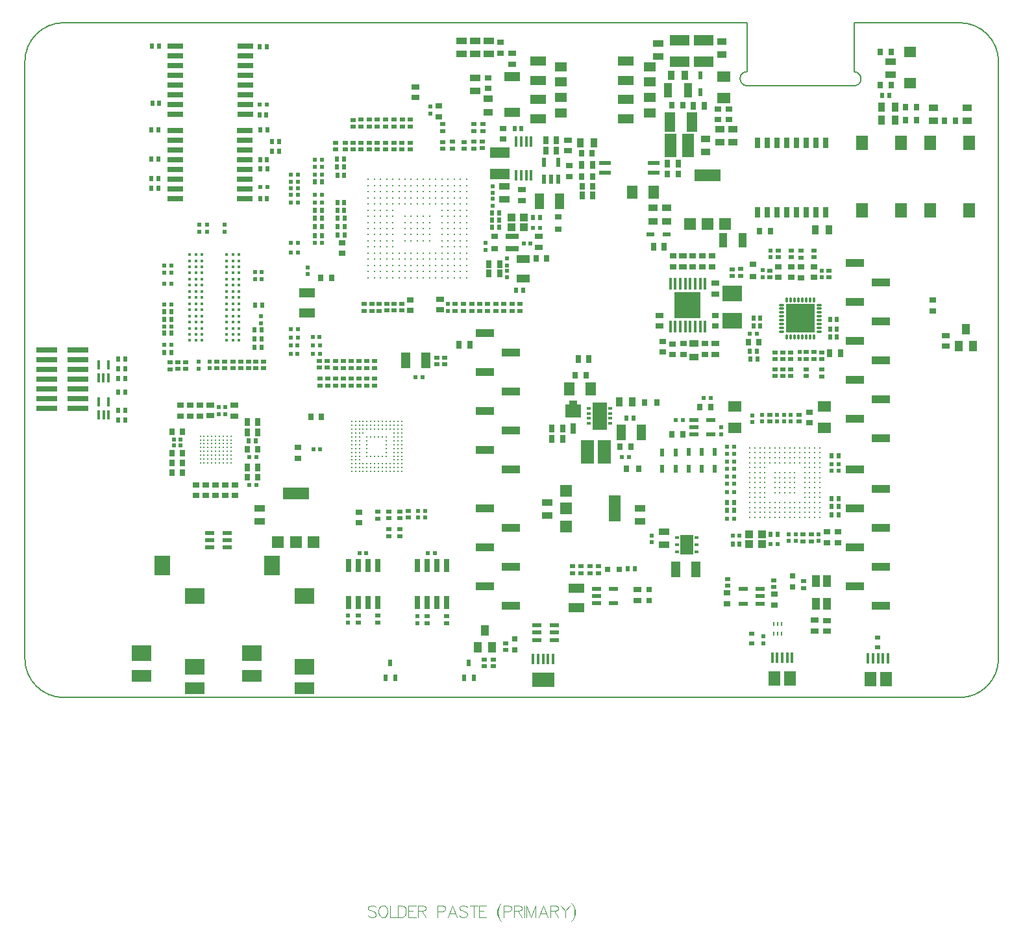
<source format=gtp>
G04 Layer_Color=8421504*
%FSLAX43Y43*%
%MOMM*%
G71*
G01*
G75*
%ADD10C,0.102*%
%ADD11R,1.000X0.640*%
%ADD12C,0.127*%
%ADD13R,1.630X1.220*%
%ADD14R,0.640X1.400*%
%ADD15R,2.030X1.270*%
%ADD16R,1.300X0.600*%
%ADD17R,1.500X1.650*%
%ADD18R,3.500X1.650*%
%ADD19R,1.000X1.900*%
%ADD20R,1.300X0.850*%
%ADD21R,1.000X0.640*%
%ADD22R,0.700X0.510*%
%ADD23R,1.000X1.000*%
%ADD24R,1.520X0.610*%
%ADD25R,1.000X1.400*%
%ADD26R,1.100X1.500*%
%ADD27R,0.800X0.800*%
%ADD28R,0.800X0.800*%
%ADD29R,1.700X3.100*%
%ADD30R,0.950X0.800*%
%ADD31R,1.520X3.050*%
%ADD32R,1.800X0.800*%
%ADD33C,0.250*%
%ADD34R,0.450X1.450*%
%ADD35C,0.400*%
%ADD36C,0.300*%
%ADD37R,2.100X0.800*%
%ADD38R,0.700X1.750*%
%ADD39R,1.900X3.600*%
%ADD40R,0.600X0.400*%
%ADD41O,0.750X0.300*%
%ADD42O,0.300X0.750*%
%ADD43R,3.700X3.700*%
%ADD44C,0.230*%
%ADD45R,3.500X3.500*%
%ADD46R,0.400X1.650*%
%ADD47R,0.500X0.450*%
%ADD48R,1.700X2.500*%
%ADD49R,0.400X1.200*%
%ADD50R,1.200X0.600*%
%ADD51R,0.250X0.600*%
%ADD52R,0.800X0.550*%
%ADD53R,0.500X0.950*%
%ADD54R,1.060X0.540*%
%ADD55R,0.540X1.060*%
%ADD56R,2.070X1.200*%
%ADD57R,2.500X2.150*%
%ADD58R,1.640X1.400*%
%ADD59R,0.750X1.380*%
%ADD60R,1.100X2.320*%
%ADD61R,1.800X1.000*%
%ADD62R,1.300X2.100*%
%ADD63R,0.400X1.350*%
%ADD64R,1.500X1.900*%
%ADD65R,0.400X1.350*%
%ADD66R,2.900X1.900*%
%ADD67R,2.790X0.740*%
%ADD68R,2.413X1.016*%
%ADD69R,2.500X1.500*%
%ADD70R,2.000X2.500*%
%ADD71R,2.500X2.000*%
%ADD72R,2.600X1.400*%
%ADD73R,1.400X1.780*%
%ADD74R,1.780X1.400*%
%ADD75R,1.400X0.900*%
%ADD76R,0.640X0.890*%
%ADD77R,0.560X0.510*%
%ADD78R,1.500X1.900*%
%ADD79R,0.510X0.700*%
%ADD80R,0.890X0.640*%
%ADD81R,0.510X0.560*%
%ADD82R,1.400X2.600*%
%ADD83R,2.100X1.300*%
%ADD84R,0.800X0.950*%
%ADD85R,0.640X1.000*%
%ADD86R,0.850X1.300*%
%ADD87R,0.600X1.300*%
%ADD88R,1.650X1.500*%
%ADD89R,1.650X3.500*%
%ADD90R,2.030X1.820*%
D10*
X45804Y-27345D02*
X45658Y-27200D01*
X45441Y-27128D01*
X45151D01*
X44933Y-27200D01*
X44788Y-27345D01*
Y-27490D01*
X44860Y-27635D01*
X44933Y-27708D01*
X45078Y-27781D01*
X45513Y-27926D01*
X45658Y-27998D01*
X45731Y-28071D01*
X45804Y-28216D01*
Y-28434D01*
X45658Y-28579D01*
X45441Y-28651D01*
X45151D01*
X44933Y-28579D01*
X44788Y-28434D01*
X46580Y-27128D02*
X46435Y-27200D01*
X46290Y-27345D01*
X46217Y-27490D01*
X46145Y-27708D01*
Y-28071D01*
X46217Y-28288D01*
X46290Y-28434D01*
X46435Y-28579D01*
X46580Y-28651D01*
X46870D01*
X47015Y-28579D01*
X47160Y-28434D01*
X47233Y-28288D01*
X47305Y-28071D01*
Y-27708D01*
X47233Y-27490D01*
X47160Y-27345D01*
X47015Y-27200D01*
X46870Y-27128D01*
X46580D01*
X47661D02*
Y-28651D01*
X48532D01*
X48699Y-27128D02*
Y-28651D01*
Y-27128D02*
X49206D01*
X49424Y-27200D01*
X49569Y-27345D01*
X49642Y-27490D01*
X49714Y-27708D01*
Y-28071D01*
X49642Y-28288D01*
X49569Y-28434D01*
X49424Y-28579D01*
X49206Y-28651D01*
X48699D01*
X50999Y-27128D02*
X50055D01*
Y-28651D01*
X50999D01*
X50055Y-27853D02*
X50636D01*
X51253Y-27128D02*
Y-28651D01*
Y-27128D02*
X51906D01*
X52123Y-27200D01*
X52196Y-27273D01*
X52268Y-27418D01*
Y-27563D01*
X52196Y-27708D01*
X52123Y-27781D01*
X51906Y-27853D01*
X51253D01*
X51760D02*
X52268Y-28651D01*
X53806Y-27926D02*
X54459D01*
X54677Y-27853D01*
X54750Y-27781D01*
X54822Y-27635D01*
Y-27418D01*
X54750Y-27273D01*
X54677Y-27200D01*
X54459Y-27128D01*
X53806D01*
Y-28651D01*
X56324D02*
X55744Y-27128D01*
X55163Y-28651D01*
X55381Y-28143D02*
X56107D01*
X57695Y-27345D02*
X57550Y-27200D01*
X57333Y-27128D01*
X57042D01*
X56825Y-27200D01*
X56680Y-27345D01*
Y-27490D01*
X56752Y-27635D01*
X56825Y-27708D01*
X56970Y-27781D01*
X57405Y-27926D01*
X57550Y-27998D01*
X57623Y-28071D01*
X57695Y-28216D01*
Y-28434D01*
X57550Y-28579D01*
X57333Y-28651D01*
X57042D01*
X56825Y-28579D01*
X56680Y-28434D01*
X58544Y-27128D02*
Y-28651D01*
X58036Y-27128D02*
X59052D01*
X60177D02*
X59234D01*
Y-28651D01*
X60177D01*
X59234Y-27853D02*
X59814D01*
X62136Y-26837D02*
X61991Y-26982D01*
X61846Y-27200D01*
X61701Y-27490D01*
X61628Y-27853D01*
Y-28143D01*
X61701Y-28506D01*
X61846Y-28796D01*
X61991Y-29014D01*
X62136Y-29159D01*
X61991Y-26982D02*
X61846Y-27273D01*
X61773Y-27490D01*
X61701Y-27853D01*
Y-28143D01*
X61773Y-28506D01*
X61846Y-28724D01*
X61991Y-29014D01*
X62426Y-27926D02*
X63079D01*
X63297Y-27853D01*
X63369Y-27781D01*
X63442Y-27635D01*
Y-27418D01*
X63369Y-27273D01*
X63297Y-27200D01*
X63079Y-27128D01*
X62426D01*
Y-28651D01*
X63783Y-27128D02*
Y-28651D01*
Y-27128D02*
X64436D01*
X64654Y-27200D01*
X64726Y-27273D01*
X64799Y-27418D01*
Y-27563D01*
X64726Y-27708D01*
X64654Y-27781D01*
X64436Y-27853D01*
X63783D01*
X64291D02*
X64799Y-28651D01*
X65140Y-27128D02*
Y-28651D01*
X65459Y-27128D02*
Y-28651D01*
Y-27128D02*
X66039Y-28651D01*
X66620Y-27128D02*
X66039Y-28651D01*
X66620Y-27128D02*
Y-28651D01*
X68216D02*
X67636Y-27128D01*
X67055Y-28651D01*
X67273Y-28143D02*
X67998D01*
X68572Y-27128D02*
Y-28651D01*
Y-27128D02*
X69225D01*
X69442Y-27200D01*
X69515Y-27273D01*
X69587Y-27418D01*
Y-27563D01*
X69515Y-27708D01*
X69442Y-27781D01*
X69225Y-27853D01*
X68572D01*
X69079D02*
X69587Y-28651D01*
X69928Y-27128D02*
X70509Y-27853D01*
Y-28651D01*
X71089Y-27128D02*
X70509Y-27853D01*
X71285Y-26837D02*
X71430Y-26982D01*
X71575Y-27200D01*
X71721Y-27490D01*
X71793Y-27853D01*
Y-28143D01*
X71721Y-28506D01*
X71575Y-28796D01*
X71430Y-29014D01*
X71285Y-29159D01*
X71430Y-26982D02*
X71575Y-27273D01*
X71648Y-27490D01*
X71721Y-27853D01*
Y-28143D01*
X71648Y-28506D01*
X71575Y-28724D01*
X71430Y-29014D01*
X45804Y-27345D02*
X45658Y-27200D01*
X45441Y-27128D01*
X45151D01*
X44933Y-27200D01*
X44788Y-27345D01*
Y-27490D01*
X44860Y-27635D01*
X44933Y-27708D01*
X45078Y-27781D01*
X45513Y-27926D01*
X45658Y-27998D01*
X45731Y-28071D01*
X45804Y-28216D01*
Y-28434D01*
X45658Y-28579D01*
X45441Y-28651D01*
X45151D01*
X44933Y-28579D01*
X44788Y-28434D01*
X46580Y-27128D02*
X46435Y-27200D01*
X46290Y-27345D01*
X46217Y-27490D01*
X46145Y-27708D01*
Y-28071D01*
X46217Y-28288D01*
X46290Y-28434D01*
X46435Y-28579D01*
X46580Y-28651D01*
X46870D01*
X47015Y-28579D01*
X47160Y-28434D01*
X47233Y-28288D01*
X47305Y-28071D01*
Y-27708D01*
X47233Y-27490D01*
X47160Y-27345D01*
X47015Y-27200D01*
X46870Y-27128D01*
X46580D01*
X47661D02*
Y-28651D01*
X48532D01*
X48699Y-27128D02*
Y-28651D01*
Y-27128D02*
X49206D01*
X49424Y-27200D01*
X49569Y-27345D01*
X49642Y-27490D01*
X49714Y-27708D01*
Y-28071D01*
X49642Y-28288D01*
X49569Y-28434D01*
X49424Y-28579D01*
X49206Y-28651D01*
X48699D01*
X50999Y-27128D02*
X50055D01*
Y-28651D01*
X50999D01*
X50055Y-27853D02*
X50636D01*
X51253Y-27128D02*
Y-28651D01*
Y-27128D02*
X51906D01*
X52123Y-27200D01*
X52196Y-27273D01*
X52268Y-27418D01*
Y-27563D01*
X52196Y-27708D01*
X52123Y-27781D01*
X51906Y-27853D01*
X51253D01*
X51760D02*
X52268Y-28651D01*
X53806Y-27926D02*
X54459D01*
X54677Y-27853D01*
X54750Y-27781D01*
X54822Y-27635D01*
Y-27418D01*
X54750Y-27273D01*
X54677Y-27200D01*
X54459Y-27128D01*
X53806D01*
Y-28651D01*
X56324D02*
X55744Y-27128D01*
X55163Y-28651D01*
X55381Y-28143D02*
X56107D01*
X57695Y-27345D02*
X57550Y-27200D01*
X57333Y-27128D01*
X57042D01*
X56825Y-27200D01*
X56680Y-27345D01*
Y-27490D01*
X56752Y-27635D01*
X56825Y-27708D01*
X56970Y-27781D01*
X57405Y-27926D01*
X57550Y-27998D01*
X57623Y-28071D01*
X57695Y-28216D01*
Y-28434D01*
X57550Y-28579D01*
X57333Y-28651D01*
X57042D01*
X56825Y-28579D01*
X56680Y-28434D01*
X58544Y-27128D02*
Y-28651D01*
X58036Y-27128D02*
X59052D01*
X60177D02*
X59234D01*
Y-28651D01*
X60177D01*
X59234Y-27853D02*
X59814D01*
X62136Y-26837D02*
X61991Y-26982D01*
X61846Y-27200D01*
X61701Y-27490D01*
X61628Y-27853D01*
Y-28143D01*
X61701Y-28506D01*
X61846Y-28796D01*
X61991Y-29014D01*
X62136Y-29159D01*
X61991Y-26982D02*
X61846Y-27273D01*
X61773Y-27490D01*
X61701Y-27853D01*
Y-28143D01*
X61773Y-28506D01*
X61846Y-28724D01*
X61991Y-29014D01*
X62426Y-27926D02*
X63079D01*
X63297Y-27853D01*
X63369Y-27781D01*
X63442Y-27635D01*
Y-27418D01*
X63369Y-27273D01*
X63297Y-27200D01*
X63079Y-27128D01*
X62426D01*
Y-28651D01*
X63783Y-27128D02*
Y-28651D01*
Y-27128D02*
X64436D01*
X64654Y-27200D01*
X64726Y-27273D01*
X64799Y-27418D01*
Y-27563D01*
X64726Y-27708D01*
X64654Y-27781D01*
X64436Y-27853D01*
X63783D01*
X64291D02*
X64799Y-28651D01*
X65140Y-27128D02*
Y-28651D01*
X65459Y-27128D02*
Y-28651D01*
Y-27128D02*
X66039Y-28651D01*
X66620Y-27128D02*
X66039Y-28651D01*
X66620Y-27128D02*
Y-28651D01*
X68216D02*
X67636Y-27128D01*
X67055Y-28651D01*
X67273Y-28143D02*
X67998D01*
X68572Y-27128D02*
Y-28651D01*
Y-27128D02*
X69225D01*
X69442Y-27200D01*
X69515Y-27273D01*
X69587Y-27418D01*
Y-27563D01*
X69515Y-27708D01*
X69442Y-27781D01*
X69225Y-27853D01*
X68572D01*
X69079D02*
X69587Y-28651D01*
X69928Y-27128D02*
X70509Y-27853D01*
Y-28651D01*
X71089Y-27128D02*
X70509Y-27853D01*
X71285Y-26837D02*
X71430Y-26982D01*
X71575Y-27200D01*
X71721Y-27490D01*
X71793Y-27853D01*
Y-28143D01*
X71721Y-28506D01*
X71575Y-28796D01*
X71430Y-29014D01*
X71285Y-29159D01*
X71430Y-26982D02*
X71575Y-27273D01*
X71648Y-27490D01*
X71721Y-27853D01*
Y-28143D01*
X71648Y-28506D01*
X71575Y-28724D01*
X71430Y-29014D01*
D11*
X67058Y58725D02*
D03*
X67058Y60125D02*
D03*
X54136Y51958D02*
D03*
X54136Y50558D02*
D03*
X50952Y78243D02*
D03*
X50952Y79643D02*
D03*
D12*
X0Y5080D02*
G03*
X5080Y-0I5080J0D01*
G01*
X121920D02*
G03*
X127000Y5080I0J5080D01*
G01*
X127000Y82920D02*
G03*
X121920Y88000I-5080J0D01*
G01*
X5080Y88000D02*
G03*
X0Y82920I-0J-5080D01*
G01*
X109060Y80620D02*
G03*
X108192Y81610I-929J61D01*
G01*
X108161Y79781D02*
G03*
X109060Y80620I30J869D01*
G01*
X94186Y81611D02*
G03*
X93287Y80772I-30J-869D01*
G01*
Y80772D02*
G03*
X94155Y79781I929J-61D01*
G01*
X15900Y-0D02*
X121920D01*
X5080D02*
X15900D01*
X127000Y5080D02*
Y82920D01*
X108192Y88000D02*
X121920D01*
X94155Y79781D02*
X108160D01*
X94186Y81611D02*
Y88000D01*
X108192Y81610D02*
Y88005D01*
X5080Y88000D02*
X94186D01*
X0Y5080D02*
Y82920D01*
D13*
X69907Y82255D02*
D03*
Y80255D02*
D03*
Y78255D02*
D03*
Y76255D02*
D03*
X81487Y82255D02*
D03*
Y80255D02*
D03*
Y78255D02*
D03*
Y76255D02*
D03*
D14*
X95605Y63280D02*
D03*
X96875D02*
D03*
X98145D02*
D03*
X99415D02*
D03*
X100685D02*
D03*
X101955D02*
D03*
X103225D02*
D03*
X104495D02*
D03*
X95605Y72300D02*
D03*
X96875D02*
D03*
X98145D02*
D03*
X99415D02*
D03*
X100685D02*
D03*
X101955D02*
D03*
X103225D02*
D03*
X104495D02*
D03*
D15*
X78364Y83005D02*
D03*
Y80505D02*
D03*
Y78005D02*
D03*
Y75505D02*
D03*
X66934Y83005D02*
D03*
Y80505D02*
D03*
Y78005D02*
D03*
Y75505D02*
D03*
D16*
X87241Y36205D02*
D03*
Y35255D02*
D03*
Y34305D02*
D03*
X89441D02*
D03*
Y36205D02*
D03*
X95933Y12260D02*
D03*
Y13210D02*
D03*
Y14160D02*
D03*
X93733D02*
D03*
Y12260D02*
D03*
X74541Y14183D02*
D03*
Y13233D02*
D03*
Y12283D02*
D03*
X76741D02*
D03*
Y14183D02*
D03*
D17*
X33031Y20269D02*
D03*
X35331D02*
D03*
X37631D02*
D03*
X86752Y61778D02*
D03*
X89052D02*
D03*
X91352D02*
D03*
D18*
X35331Y26619D02*
D03*
X89052Y68128D02*
D03*
D19*
X83906Y79197D02*
D03*
X86506D02*
D03*
X91054Y59665D02*
D03*
X93654D02*
D03*
D20*
X90929Y83831D02*
D03*
Y85581D02*
D03*
X90627Y74154D02*
D03*
Y72404D02*
D03*
X122933Y75195D02*
D03*
Y76945D02*
D03*
X92379Y74154D02*
D03*
Y72404D02*
D03*
X118488Y75195D02*
D03*
Y76945D02*
D03*
X60449Y76310D02*
D03*
Y78060D02*
D03*
X88773Y71134D02*
D03*
Y72884D02*
D03*
X87294Y44420D02*
D03*
Y46170D02*
D03*
X83693Y63867D02*
D03*
Y62117D02*
D03*
X81965Y62114D02*
D03*
Y63864D02*
D03*
D21*
X64846Y64816D02*
D03*
Y66216D02*
D03*
X120139Y45797D02*
D03*
Y47197D02*
D03*
X27305Y36706D02*
D03*
Y38106D02*
D03*
X24188Y36739D02*
D03*
Y38139D02*
D03*
X63601Y82612D02*
D03*
Y84012D02*
D03*
X82801Y48446D02*
D03*
Y49846D02*
D03*
X70840Y71314D02*
D03*
Y72714D02*
D03*
X90040Y54037D02*
D03*
Y52637D02*
D03*
X90032Y44760D02*
D03*
Y46160D02*
D03*
X85806Y56196D02*
D03*
Y57596D02*
D03*
X104640Y10047D02*
D03*
Y8647D02*
D03*
X102989Y10073D02*
D03*
Y8673D02*
D03*
X79908Y14055D02*
D03*
Y12655D02*
D03*
D22*
X30142Y43828D02*
D03*
Y42928D02*
D03*
X57299Y71556D02*
D03*
Y72456D02*
D03*
X101236Y57390D02*
D03*
Y58290D02*
D03*
X43558Y41595D02*
D03*
Y40695D02*
D03*
X54483Y73870D02*
D03*
Y74770D02*
D03*
X38450Y43027D02*
D03*
Y43927D02*
D03*
X39466Y43027D02*
D03*
Y43927D02*
D03*
X42542Y42981D02*
D03*
Y43881D02*
D03*
X40510Y42981D02*
D03*
Y43881D02*
D03*
X44574Y42981D02*
D03*
Y43881D02*
D03*
X45590Y42981D02*
D03*
Y43881D02*
D03*
X43558Y42981D02*
D03*
Y43881D02*
D03*
X41526Y42981D02*
D03*
Y43881D02*
D03*
X38478Y41595D02*
D03*
Y40695D02*
D03*
X39494Y41595D02*
D03*
Y40695D02*
D03*
X42542Y41595D02*
D03*
Y40695D02*
D03*
X40510Y41595D02*
D03*
Y40695D02*
D03*
X44574Y41595D02*
D03*
Y40695D02*
D03*
X45590Y41595D02*
D03*
Y40695D02*
D03*
X41526Y41595D02*
D03*
Y40695D02*
D03*
X47470Y24260D02*
D03*
Y23360D02*
D03*
X48887Y21958D02*
D03*
Y21058D02*
D03*
X47470Y21033D02*
D03*
Y21933D02*
D03*
X50030Y23464D02*
D03*
Y24364D02*
D03*
X48887Y23387D02*
D03*
Y24287D02*
D03*
X45994Y24242D02*
D03*
Y23342D02*
D03*
X102920Y57393D02*
D03*
Y58293D02*
D03*
X98247Y57393D02*
D03*
Y58293D02*
D03*
X100007Y57393D02*
D03*
Y58293D02*
D03*
X97858Y44116D02*
D03*
Y45016D02*
D03*
X98874Y44116D02*
D03*
Y45016D02*
D03*
X99890Y44116D02*
D03*
Y45016D02*
D03*
X104902Y55695D02*
D03*
Y54795D02*
D03*
X101922Y44180D02*
D03*
Y45080D02*
D03*
X93396Y55898D02*
D03*
Y54998D02*
D03*
X92278Y55867D02*
D03*
Y54967D02*
D03*
X102938Y44180D02*
D03*
Y45080D02*
D03*
X103954Y44116D02*
D03*
Y45016D02*
D03*
X97193Y55695D02*
D03*
Y54795D02*
D03*
X55016Y10606D02*
D03*
Y9706D02*
D03*
X52468Y10606D02*
D03*
Y9706D02*
D03*
X46007Y10682D02*
D03*
Y9782D02*
D03*
X43467Y10687D02*
D03*
Y9787D02*
D03*
X27112Y43828D02*
D03*
Y42928D02*
D03*
X28145Y43828D02*
D03*
Y42928D02*
D03*
X20980Y43757D02*
D03*
Y42857D02*
D03*
X25024Y43818D02*
D03*
Y42918D02*
D03*
X19989Y43739D02*
D03*
Y42839D02*
D03*
X18948Y43706D02*
D03*
Y42806D02*
D03*
X26060Y43818D02*
D03*
Y42918D02*
D03*
X101523Y21252D02*
D03*
Y20352D02*
D03*
X102565Y21252D02*
D03*
Y20352D02*
D03*
X97137Y35973D02*
D03*
Y36873D02*
D03*
X101015Y36878D02*
D03*
Y35978D02*
D03*
X101586Y15156D02*
D03*
Y14256D02*
D03*
X97714Y14409D02*
D03*
Y15309D02*
D03*
X91629Y14564D02*
D03*
Y15464D02*
D03*
X74853Y16226D02*
D03*
Y17126D02*
D03*
X73710Y16226D02*
D03*
Y17126D02*
D03*
X72567D02*
D03*
Y16226D02*
D03*
X71449Y17126D02*
D03*
Y16226D02*
D03*
X62713Y6179D02*
D03*
Y7079D02*
D03*
X59893Y4968D02*
D03*
Y4068D02*
D03*
X61087Y4968D02*
D03*
Y4068D02*
D03*
X50248Y72365D02*
D03*
Y71465D02*
D03*
X49174Y72372D02*
D03*
Y71472D02*
D03*
X46241Y50425D02*
D03*
Y51325D02*
D03*
X40513Y71449D02*
D03*
Y72349D02*
D03*
X47201Y50453D02*
D03*
Y51353D02*
D03*
X45235Y50425D02*
D03*
Y51325D02*
D03*
X44237Y50396D02*
D03*
Y51297D02*
D03*
X56134Y50444D02*
D03*
Y51344D02*
D03*
X57210D02*
D03*
Y50444D02*
D03*
X58272Y51344D02*
D03*
Y50444D02*
D03*
X54513Y72433D02*
D03*
Y71533D02*
D03*
X55742Y71599D02*
D03*
Y72499D02*
D03*
X50248Y75344D02*
D03*
Y74444D02*
D03*
X42806Y72372D02*
D03*
Y71472D02*
D03*
X47048D02*
D03*
Y72372D02*
D03*
X41783Y72370D02*
D03*
Y71470D02*
D03*
X45981Y71472D02*
D03*
Y72372D02*
D03*
X43873Y74444D02*
D03*
Y75344D02*
D03*
X45974Y74454D02*
D03*
Y75354D02*
D03*
X42799Y74419D02*
D03*
Y75319D02*
D03*
X43873Y71472D02*
D03*
Y72372D02*
D03*
X44932Y71472D02*
D03*
Y72372D02*
D03*
X59319Y51344D02*
D03*
Y50444D02*
D03*
X61412Y51344D02*
D03*
Y50444D02*
D03*
X58544Y72481D02*
D03*
Y71581D02*
D03*
X62433Y51344D02*
D03*
Y50444D02*
D03*
X60330Y51344D02*
D03*
Y50444D02*
D03*
X63520Y51344D02*
D03*
Y50444D02*
D03*
X64538Y51344D02*
D03*
Y50444D02*
D03*
X59712Y73893D02*
D03*
Y74793D02*
D03*
X58554Y73870D02*
D03*
Y74770D02*
D03*
X59664Y71635D02*
D03*
Y72535D02*
D03*
X48143Y74464D02*
D03*
Y75364D02*
D03*
X49248Y74452D02*
D03*
Y75352D02*
D03*
X47015Y74464D02*
D03*
Y75364D02*
D03*
X48127Y71472D02*
D03*
Y72372D02*
D03*
X44963Y74454D02*
D03*
Y75354D02*
D03*
X54780Y44346D02*
D03*
Y43446D02*
D03*
X53756Y43423D02*
D03*
Y44323D02*
D03*
X48174Y50453D02*
D03*
Y51353D02*
D03*
X49148Y50453D02*
D03*
Y51353D02*
D03*
X101922Y42814D02*
D03*
Y41914D02*
D03*
X98874Y42814D02*
D03*
Y41914D02*
D03*
X99890Y42814D02*
D03*
Y41914D02*
D03*
X103954Y42779D02*
D03*
Y41879D02*
D03*
X97858Y42814D02*
D03*
Y41914D02*
D03*
X31137Y43828D02*
D03*
Y42928D02*
D03*
X29151Y43828D02*
D03*
Y42928D02*
D03*
D23*
X65087Y61351D02*
D03*
X63437D02*
D03*
Y62601D02*
D03*
X65087D02*
D03*
X94488Y21270D02*
D03*
X96138D02*
D03*
Y20020D02*
D03*
X94488D02*
D03*
D24*
X82016Y69697D02*
D03*
Y68427D02*
D03*
X75666D02*
D03*
Y69697D02*
D03*
D25*
X60020Y8745D02*
D03*
X60970Y6545D02*
D03*
X59070D02*
D03*
X122748Y48011D02*
D03*
X123698Y45811D02*
D03*
X121798D02*
D03*
D26*
X104648Y15217D02*
D03*
X103148Y12217D02*
D03*
X104648D02*
D03*
X103148Y15217D02*
D03*
D27*
X81396Y12612D02*
D03*
X100145Y15897D02*
D03*
X76034Y16688D02*
D03*
X77534D02*
D03*
D28*
X81396Y14112D02*
D03*
X100145Y14397D02*
D03*
X63906Y6183D02*
D03*
Y7683D02*
D03*
D29*
X73393Y32055D02*
D03*
X75593D02*
D03*
D30*
X69552Y62715D02*
D03*
Y61115D02*
D03*
X94996Y56492D02*
D03*
Y54892D02*
D03*
X61239Y58509D02*
D03*
Y60109D02*
D03*
D31*
X86540Y71958D02*
D03*
X84250D02*
D03*
D32*
X63578Y60106D02*
D03*
Y58506D02*
D03*
D33*
X26884Y30596D02*
D03*
Y31096D02*
D03*
Y31596D02*
D03*
Y32096D02*
D03*
Y32596D02*
D03*
Y33096D02*
D03*
Y33596D02*
D03*
Y34096D02*
D03*
X26384Y30596D02*
D03*
Y31096D02*
D03*
Y31596D02*
D03*
Y32096D02*
D03*
Y32596D02*
D03*
Y33096D02*
D03*
Y33596D02*
D03*
Y34096D02*
D03*
X25884Y30596D02*
D03*
Y31096D02*
D03*
Y31596D02*
D03*
Y32096D02*
D03*
Y32596D02*
D03*
Y33096D02*
D03*
Y33596D02*
D03*
Y34096D02*
D03*
X25384Y30596D02*
D03*
Y31096D02*
D03*
Y31596D02*
D03*
Y32096D02*
D03*
Y32596D02*
D03*
Y33096D02*
D03*
Y33596D02*
D03*
Y34096D02*
D03*
X24884Y30596D02*
D03*
Y31096D02*
D03*
Y31596D02*
D03*
Y32096D02*
D03*
Y32596D02*
D03*
Y33096D02*
D03*
Y33596D02*
D03*
Y34096D02*
D03*
X24384Y30596D02*
D03*
Y31096D02*
D03*
Y31596D02*
D03*
Y32096D02*
D03*
Y32596D02*
D03*
Y33096D02*
D03*
Y33596D02*
D03*
Y34096D02*
D03*
X23884Y30596D02*
D03*
Y31096D02*
D03*
Y31596D02*
D03*
Y32096D02*
D03*
Y32596D02*
D03*
Y33096D02*
D03*
Y33596D02*
D03*
Y34096D02*
D03*
X23384Y30596D02*
D03*
Y31096D02*
D03*
Y31596D02*
D03*
Y32096D02*
D03*
Y32596D02*
D03*
Y33096D02*
D03*
Y33596D02*
D03*
Y34096D02*
D03*
X22884Y30596D02*
D03*
Y31096D02*
D03*
Y31596D02*
D03*
Y32096D02*
D03*
Y32596D02*
D03*
Y33096D02*
D03*
Y33596D02*
D03*
Y34096D02*
D03*
X94566Y23477D02*
D03*
Y24127D02*
D03*
Y24777D02*
D03*
Y25427D02*
D03*
Y26077D02*
D03*
Y26727D02*
D03*
Y27377D02*
D03*
Y28027D02*
D03*
Y28677D02*
D03*
Y29327D02*
D03*
Y29977D02*
D03*
Y30627D02*
D03*
Y31277D02*
D03*
Y31927D02*
D03*
Y32577D02*
D03*
X95216Y23477D02*
D03*
Y24127D02*
D03*
Y24777D02*
D03*
Y25427D02*
D03*
Y26077D02*
D03*
Y26727D02*
D03*
Y27377D02*
D03*
Y28027D02*
D03*
Y28677D02*
D03*
Y29327D02*
D03*
Y29977D02*
D03*
Y30627D02*
D03*
Y31277D02*
D03*
Y31927D02*
D03*
Y32577D02*
D03*
X95866Y23477D02*
D03*
Y24127D02*
D03*
Y24777D02*
D03*
Y25427D02*
D03*
Y26077D02*
D03*
Y26727D02*
D03*
Y27377D02*
D03*
Y28027D02*
D03*
Y28677D02*
D03*
Y29327D02*
D03*
Y29977D02*
D03*
Y30627D02*
D03*
Y31277D02*
D03*
Y31927D02*
D03*
Y32577D02*
D03*
X96516Y23477D02*
D03*
Y24127D02*
D03*
Y24777D02*
D03*
Y25427D02*
D03*
Y26077D02*
D03*
Y26727D02*
D03*
Y27377D02*
D03*
Y28027D02*
D03*
Y28677D02*
D03*
Y29327D02*
D03*
Y29977D02*
D03*
Y30627D02*
D03*
Y31277D02*
D03*
Y31927D02*
D03*
Y32577D02*
D03*
X97166Y23477D02*
D03*
Y24127D02*
D03*
Y24777D02*
D03*
Y25427D02*
D03*
Y30627D02*
D03*
Y31277D02*
D03*
Y31927D02*
D03*
Y32577D02*
D03*
X97816Y23477D02*
D03*
Y24127D02*
D03*
Y24777D02*
D03*
Y25427D02*
D03*
Y26727D02*
D03*
Y27377D02*
D03*
Y28027D02*
D03*
Y28677D02*
D03*
Y29327D02*
D03*
Y30627D02*
D03*
Y31277D02*
D03*
Y31927D02*
D03*
Y32577D02*
D03*
X98466Y23477D02*
D03*
Y24127D02*
D03*
Y24777D02*
D03*
Y25427D02*
D03*
Y26727D02*
D03*
Y27377D02*
D03*
Y28027D02*
D03*
Y28677D02*
D03*
Y29327D02*
D03*
Y30627D02*
D03*
Y31277D02*
D03*
Y31927D02*
D03*
Y32577D02*
D03*
X99116Y23477D02*
D03*
Y24127D02*
D03*
Y24777D02*
D03*
Y25427D02*
D03*
Y26727D02*
D03*
Y27377D02*
D03*
Y28027D02*
D03*
Y28677D02*
D03*
Y29327D02*
D03*
Y30627D02*
D03*
Y31277D02*
D03*
Y31927D02*
D03*
Y32577D02*
D03*
X99766Y23477D02*
D03*
Y24127D02*
D03*
Y24777D02*
D03*
Y25427D02*
D03*
Y26727D02*
D03*
Y27377D02*
D03*
Y28027D02*
D03*
Y28677D02*
D03*
Y29327D02*
D03*
Y30627D02*
D03*
Y31277D02*
D03*
Y31927D02*
D03*
Y32577D02*
D03*
X100416Y23477D02*
D03*
Y24127D02*
D03*
Y24777D02*
D03*
Y25427D02*
D03*
Y26727D02*
D03*
Y27377D02*
D03*
Y28027D02*
D03*
Y28677D02*
D03*
Y29327D02*
D03*
Y30627D02*
D03*
Y31277D02*
D03*
Y31927D02*
D03*
Y32577D02*
D03*
X101066Y23477D02*
D03*
Y24127D02*
D03*
Y24777D02*
D03*
Y25427D02*
D03*
Y30627D02*
D03*
Y31277D02*
D03*
Y31927D02*
D03*
Y32577D02*
D03*
X101716Y23477D02*
D03*
Y24127D02*
D03*
Y24777D02*
D03*
Y25427D02*
D03*
Y26077D02*
D03*
Y26727D02*
D03*
Y27377D02*
D03*
Y28027D02*
D03*
Y28677D02*
D03*
Y29327D02*
D03*
Y29977D02*
D03*
Y30627D02*
D03*
Y31277D02*
D03*
Y31927D02*
D03*
Y32577D02*
D03*
X102366Y23477D02*
D03*
Y24127D02*
D03*
Y24777D02*
D03*
Y25427D02*
D03*
Y26077D02*
D03*
Y26727D02*
D03*
Y27377D02*
D03*
Y28027D02*
D03*
Y28677D02*
D03*
Y29327D02*
D03*
Y29977D02*
D03*
Y30627D02*
D03*
Y31277D02*
D03*
Y31927D02*
D03*
Y32577D02*
D03*
X103016Y23477D02*
D03*
Y24127D02*
D03*
Y24777D02*
D03*
Y25427D02*
D03*
Y26077D02*
D03*
Y26727D02*
D03*
Y27377D02*
D03*
Y28027D02*
D03*
Y28677D02*
D03*
Y29327D02*
D03*
Y29977D02*
D03*
Y30627D02*
D03*
Y31277D02*
D03*
Y31927D02*
D03*
Y32577D02*
D03*
X103666Y23477D02*
D03*
Y24127D02*
D03*
Y24777D02*
D03*
Y25427D02*
D03*
Y26077D02*
D03*
Y26727D02*
D03*
Y27377D02*
D03*
Y28027D02*
D03*
Y28677D02*
D03*
Y29327D02*
D03*
Y29977D02*
D03*
Y30627D02*
D03*
Y31277D02*
D03*
Y31927D02*
D03*
Y32577D02*
D03*
D34*
X66054Y72532D02*
D03*
X65404D02*
D03*
X64754D02*
D03*
X64104D02*
D03*
Y68132D02*
D03*
X64754D02*
D03*
X65404D02*
D03*
X66054D02*
D03*
D35*
X21520Y57762D02*
D03*
X22320D02*
D03*
X23120D02*
D03*
X26320D02*
D03*
X27120D02*
D03*
X27920D02*
D03*
X21520Y56962D02*
D03*
X22320D02*
D03*
X23120D02*
D03*
X26320D02*
D03*
X27120D02*
D03*
X27920D02*
D03*
X21520Y56162D02*
D03*
X22320D02*
D03*
X23120D02*
D03*
X26320D02*
D03*
X27120D02*
D03*
X27920D02*
D03*
X21520Y55362D02*
D03*
X22320D02*
D03*
X23120D02*
D03*
X26320D02*
D03*
X27120D02*
D03*
X27920D02*
D03*
X21520Y54562D02*
D03*
X22320D02*
D03*
X23120D02*
D03*
X26320D02*
D03*
X27120D02*
D03*
X27920D02*
D03*
X21520Y53762D02*
D03*
X22320D02*
D03*
X23120D02*
D03*
X26320D02*
D03*
X27120D02*
D03*
X27920D02*
D03*
X21520Y52963D02*
D03*
X22320D02*
D03*
X23120D02*
D03*
X26320D02*
D03*
X27120D02*
D03*
X27920D02*
D03*
X21520Y52162D02*
D03*
X22320D02*
D03*
X23120D02*
D03*
X26320D02*
D03*
X27120D02*
D03*
X27920D02*
D03*
X21520Y51362D02*
D03*
X22320D02*
D03*
X23120D02*
D03*
X26320D02*
D03*
X27120D02*
D03*
X27920D02*
D03*
X21520Y50562D02*
D03*
X22320D02*
D03*
X23120D02*
D03*
X26320D02*
D03*
X27120D02*
D03*
X27920D02*
D03*
X21520Y49762D02*
D03*
X22320D02*
D03*
X23120D02*
D03*
X26320D02*
D03*
X27120D02*
D03*
X27920D02*
D03*
X21520Y48962D02*
D03*
X22320D02*
D03*
X23120D02*
D03*
X26320D02*
D03*
X27120D02*
D03*
X27920D02*
D03*
X21520Y48162D02*
D03*
X22320D02*
D03*
X23120D02*
D03*
X26320D02*
D03*
X27120D02*
D03*
X27920D02*
D03*
X21520Y47362D02*
D03*
X22320D02*
D03*
X23120D02*
D03*
X26320D02*
D03*
X27120D02*
D03*
X27920D02*
D03*
X21520Y46562D02*
D03*
X22320D02*
D03*
X23120D02*
D03*
X26320D02*
D03*
X27120D02*
D03*
X27920D02*
D03*
D36*
X47193Y66756D02*
D03*
X48793D02*
D03*
X50393D02*
D03*
X51993D02*
D03*
X53593D02*
D03*
X54393D02*
D03*
X55193D02*
D03*
X55993D02*
D03*
X56793D02*
D03*
X57593D02*
D03*
X46393Y67556D02*
D03*
X47193D02*
D03*
X47993D02*
D03*
X48793D02*
D03*
X49593D02*
D03*
X50393D02*
D03*
X51193D02*
D03*
X52793D02*
D03*
X53593D02*
D03*
X54393D02*
D03*
X55193D02*
D03*
X55993D02*
D03*
X56793D02*
D03*
X57593D02*
D03*
X51993D02*
D03*
X52793Y66756D02*
D03*
X51193D02*
D03*
X49593D02*
D03*
X47993D02*
D03*
X46393D02*
D03*
X44793D02*
D03*
X45593Y67556D02*
D03*
X44793D02*
D03*
X45593Y66756D02*
D03*
Y65956D02*
D03*
X44793Y65156D02*
D03*
X45593D02*
D03*
Y64356D02*
D03*
X44793Y63556D02*
D03*
X45593D02*
D03*
Y62756D02*
D03*
X44793Y61956D02*
D03*
X45593D02*
D03*
Y61156D02*
D03*
X44793Y60356D02*
D03*
X45593Y59556D02*
D03*
X44793Y58756D02*
D03*
X45593D02*
D03*
X44793Y57956D02*
D03*
X45593D02*
D03*
X44793Y57156D02*
D03*
X45593D02*
D03*
X44793Y56356D02*
D03*
X45593D02*
D03*
X44793Y55556D02*
D03*
X45593D02*
D03*
X44793Y54756D02*
D03*
X45593D02*
D03*
X44793Y59556D02*
D03*
X45593Y60356D02*
D03*
X44793Y61156D02*
D03*
Y62756D02*
D03*
Y64356D02*
D03*
Y65956D02*
D03*
X46393D02*
D03*
X47993D02*
D03*
X49593D02*
D03*
X51193D02*
D03*
X52793D02*
D03*
X46393Y64356D02*
D03*
X51993Y65156D02*
D03*
X52793Y64356D02*
D03*
X46393Y62756D02*
D03*
X52793D02*
D03*
X51993Y61956D02*
D03*
X46393Y61156D02*
D03*
X52793D02*
D03*
X47193Y60356D02*
D03*
X50393D02*
D03*
X51993D02*
D03*
X46393Y59556D02*
D03*
X47993D02*
D03*
X49593D02*
D03*
X51193D02*
D03*
X52793D02*
D03*
X57593Y54756D02*
D03*
X56793D02*
D03*
X55993D02*
D03*
X55193D02*
D03*
X54393D02*
D03*
X53593D02*
D03*
X52793D02*
D03*
X51993D02*
D03*
X51193D02*
D03*
X50393D02*
D03*
X49593D02*
D03*
X48793D02*
D03*
X47993D02*
D03*
X47193D02*
D03*
X46393D02*
D03*
X57593Y55556D02*
D03*
X56793D02*
D03*
X55993D02*
D03*
X55193D02*
D03*
X54393D02*
D03*
X53593D02*
D03*
X52793D02*
D03*
X51993D02*
D03*
X51193D02*
D03*
X50393D02*
D03*
X49593D02*
D03*
X48793D02*
D03*
X47993D02*
D03*
X47193D02*
D03*
X46393D02*
D03*
X57593Y56356D02*
D03*
X56793D02*
D03*
X55993D02*
D03*
X55193D02*
D03*
X54393D02*
D03*
X53593D02*
D03*
X52793D02*
D03*
X51993D02*
D03*
X51193D02*
D03*
X50393D02*
D03*
X49593D02*
D03*
X48793D02*
D03*
X47993D02*
D03*
X47193D02*
D03*
X46393D02*
D03*
X57593Y57156D02*
D03*
X56793D02*
D03*
X55993D02*
D03*
X55193D02*
D03*
X54393D02*
D03*
X53593D02*
D03*
X52793D02*
D03*
X51993D02*
D03*
X51193D02*
D03*
X50393D02*
D03*
X49593D02*
D03*
X48793D02*
D03*
X47993D02*
D03*
X47193D02*
D03*
X46393D02*
D03*
X57593Y57956D02*
D03*
X56793D02*
D03*
X55993D02*
D03*
X55193D02*
D03*
X54393D02*
D03*
X53593D02*
D03*
X52793D02*
D03*
X51993D02*
D03*
X51193D02*
D03*
X50393D02*
D03*
X49593D02*
D03*
X48793D02*
D03*
X47993D02*
D03*
X47193D02*
D03*
X46393D02*
D03*
X57593Y58756D02*
D03*
X56793D02*
D03*
X55993D02*
D03*
X55193D02*
D03*
X54393D02*
D03*
X47993D02*
D03*
X47193D02*
D03*
X46393D02*
D03*
X57593Y59556D02*
D03*
X56793D02*
D03*
X55993D02*
D03*
X55193D02*
D03*
X54393D02*
D03*
X51993D02*
D03*
X50393D02*
D03*
X47193D02*
D03*
X57593Y60356D02*
D03*
X56793D02*
D03*
X55993D02*
D03*
X55193D02*
D03*
X54393D02*
D03*
X52793D02*
D03*
X51193D02*
D03*
X49593D02*
D03*
X47993D02*
D03*
X46393D02*
D03*
X57593Y61156D02*
D03*
X56793D02*
D03*
X55993D02*
D03*
X55193D02*
D03*
X54393D02*
D03*
X51993D02*
D03*
X51193D02*
D03*
X50393D02*
D03*
X49593D02*
D03*
X47993D02*
D03*
X47193D02*
D03*
X57593Y61956D02*
D03*
X56793D02*
D03*
X55993D02*
D03*
X55193D02*
D03*
X54393D02*
D03*
X52793D02*
D03*
X51193D02*
D03*
X50393D02*
D03*
X49593D02*
D03*
X47993D02*
D03*
X47193D02*
D03*
X46393D02*
D03*
X57593Y62756D02*
D03*
X56793D02*
D03*
X55993D02*
D03*
X55193D02*
D03*
X54393D02*
D03*
X51993D02*
D03*
X51193D02*
D03*
X50393D02*
D03*
X49593D02*
D03*
X47993D02*
D03*
X47193D02*
D03*
X57593Y63556D02*
D03*
X56793D02*
D03*
X55993D02*
D03*
X55193D02*
D03*
X54393D02*
D03*
X47993D02*
D03*
X47193D02*
D03*
X46393D02*
D03*
X57593Y64356D02*
D03*
X56793D02*
D03*
X55993D02*
D03*
X55193D02*
D03*
X54393D02*
D03*
X53593D02*
D03*
X51993D02*
D03*
X51193D02*
D03*
X50393D02*
D03*
X49593D02*
D03*
X48793D02*
D03*
X47993D02*
D03*
X47193D02*
D03*
X57593Y65156D02*
D03*
X56793D02*
D03*
X55993D02*
D03*
X55193D02*
D03*
X54393D02*
D03*
X53593D02*
D03*
X52793D02*
D03*
X51193D02*
D03*
X50393D02*
D03*
X49593D02*
D03*
X48793D02*
D03*
X47993D02*
D03*
X47193D02*
D03*
X46393D02*
D03*
X57593Y65956D02*
D03*
X56793D02*
D03*
X55993D02*
D03*
X55193D02*
D03*
X54393D02*
D03*
X53593D02*
D03*
X51993D02*
D03*
X50393D02*
D03*
X48793D02*
D03*
X47193D02*
D03*
D37*
X19630Y84955D02*
D03*
Y83685D02*
D03*
Y82415D02*
D03*
Y81145D02*
D03*
Y79875D02*
D03*
Y78605D02*
D03*
Y77335D02*
D03*
Y76065D02*
D03*
X28730Y84955D02*
D03*
Y83685D02*
D03*
Y82415D02*
D03*
Y81145D02*
D03*
Y79875D02*
D03*
Y78605D02*
D03*
Y77335D02*
D03*
Y76065D02*
D03*
X19618Y73972D02*
D03*
Y72702D02*
D03*
Y71432D02*
D03*
Y70162D02*
D03*
Y68892D02*
D03*
Y67622D02*
D03*
Y66352D02*
D03*
Y65082D02*
D03*
X28718Y73972D02*
D03*
Y72702D02*
D03*
Y71432D02*
D03*
Y70162D02*
D03*
Y68892D02*
D03*
Y67622D02*
D03*
Y66352D02*
D03*
Y65082D02*
D03*
D38*
X46007Y12433D02*
D03*
X44737D02*
D03*
X43467D02*
D03*
X42197D02*
D03*
Y17183D02*
D03*
X43467D02*
D03*
X44737D02*
D03*
X46007D02*
D03*
X55016Y12433D02*
D03*
X53746D02*
D03*
X52476D02*
D03*
X51206D02*
D03*
Y17183D02*
D03*
X52476D02*
D03*
X53746D02*
D03*
X55016D02*
D03*
D39*
X74975Y36733D02*
D03*
D40*
X73575Y35758D02*
D03*
Y36408D02*
D03*
Y37058D02*
D03*
Y37708D02*
D03*
X76375D02*
D03*
Y37058D02*
D03*
Y36408D02*
D03*
Y35758D02*
D03*
D41*
X98720Y51211D02*
D03*
Y50711D02*
D03*
Y50211D02*
D03*
Y49711D02*
D03*
Y49211D02*
D03*
Y48711D02*
D03*
Y48211D02*
D03*
Y47711D02*
D03*
X103570D02*
D03*
Y48211D02*
D03*
Y48711D02*
D03*
Y49211D02*
D03*
Y49711D02*
D03*
Y50211D02*
D03*
Y50711D02*
D03*
Y51211D02*
D03*
D42*
X99395Y47036D02*
D03*
X99895D02*
D03*
X100395D02*
D03*
X100895D02*
D03*
X101395D02*
D03*
X101895D02*
D03*
X102395D02*
D03*
X102895D02*
D03*
Y51886D02*
D03*
X102395D02*
D03*
X101895D02*
D03*
X101395D02*
D03*
X100895D02*
D03*
X100395D02*
D03*
X99895D02*
D03*
X99395D02*
D03*
D43*
X101145Y49461D02*
D03*
D44*
X49128Y29477D02*
D03*
X48628D02*
D03*
X48128D02*
D03*
X47628D02*
D03*
X47128D02*
D03*
X46628D02*
D03*
X46128D02*
D03*
X45628D02*
D03*
X45128D02*
D03*
X44628D02*
D03*
X44128D02*
D03*
X43628D02*
D03*
X43128D02*
D03*
X42628D02*
D03*
X49128Y29977D02*
D03*
X48628D02*
D03*
X48128D02*
D03*
X47628D02*
D03*
X47128D02*
D03*
X46628D02*
D03*
X46128D02*
D03*
X45628D02*
D03*
X45128D02*
D03*
X44628D02*
D03*
X44128D02*
D03*
X43628D02*
D03*
X43128D02*
D03*
X42628D02*
D03*
X49128Y30477D02*
D03*
X48628D02*
D03*
X48128D02*
D03*
X47628D02*
D03*
X47128D02*
D03*
X46628D02*
D03*
X46128D02*
D03*
X45628D02*
D03*
X45128D02*
D03*
X44628D02*
D03*
X44128D02*
D03*
X43628D02*
D03*
X43128D02*
D03*
X42628D02*
D03*
X49128Y30977D02*
D03*
X48628D02*
D03*
X48128D02*
D03*
X43628D02*
D03*
X43128D02*
D03*
X42628D02*
D03*
X49128Y31477D02*
D03*
X48628D02*
D03*
X48128D02*
D03*
X47128D02*
D03*
X46628D02*
D03*
X46128D02*
D03*
X45628D02*
D03*
X45128D02*
D03*
X44628D02*
D03*
X43628D02*
D03*
X43128D02*
D03*
X42628D02*
D03*
X49128Y31977D02*
D03*
X48628D02*
D03*
X48128D02*
D03*
X47128D02*
D03*
X44628D02*
D03*
X43628D02*
D03*
X43128D02*
D03*
X42628D02*
D03*
X49128Y32477D02*
D03*
X48628D02*
D03*
X48128D02*
D03*
X47128D02*
D03*
X44628D02*
D03*
X43628D02*
D03*
X43128D02*
D03*
X42628D02*
D03*
X49128Y32977D02*
D03*
X48628D02*
D03*
X48128D02*
D03*
X47128D02*
D03*
X44628D02*
D03*
X43628D02*
D03*
X43128D02*
D03*
X42628D02*
D03*
X49128Y33477D02*
D03*
X48628D02*
D03*
X48128D02*
D03*
X47128D02*
D03*
X44628D02*
D03*
X43628D02*
D03*
X43128D02*
D03*
X42628D02*
D03*
X49128Y33977D02*
D03*
X48628D02*
D03*
X48128D02*
D03*
X47128D02*
D03*
X46628D02*
D03*
X46128D02*
D03*
X45628D02*
D03*
X45128D02*
D03*
X44628D02*
D03*
X43628D02*
D03*
X43128D02*
D03*
X42628D02*
D03*
X49128Y34477D02*
D03*
X48628D02*
D03*
X48128D02*
D03*
X44128D02*
D03*
X43628D02*
D03*
X43128D02*
D03*
X42628D02*
D03*
X49128Y34977D02*
D03*
X48628D02*
D03*
X48128D02*
D03*
X47628D02*
D03*
X47128D02*
D03*
X46628D02*
D03*
X46128D02*
D03*
X45628D02*
D03*
X45128D02*
D03*
X44628D02*
D03*
X44128D02*
D03*
X43628D02*
D03*
X43128D02*
D03*
X42628D02*
D03*
X49128Y35477D02*
D03*
X48628D02*
D03*
X48128D02*
D03*
X47628D02*
D03*
X47128D02*
D03*
X46628D02*
D03*
X46128D02*
D03*
X45628D02*
D03*
X45128D02*
D03*
X44628D02*
D03*
X44128D02*
D03*
X43628D02*
D03*
X43128D02*
D03*
X42628D02*
D03*
X49128Y35977D02*
D03*
X48628D02*
D03*
X48128D02*
D03*
X47628D02*
D03*
X47128D02*
D03*
X46628D02*
D03*
X46128D02*
D03*
X45628D02*
D03*
X45128D02*
D03*
X44628D02*
D03*
X44128D02*
D03*
X43628D02*
D03*
X43128D02*
D03*
X42628D02*
D03*
D45*
X86459Y51196D02*
D03*
D46*
X84184Y53996D02*
D03*
X84834D02*
D03*
X85484D02*
D03*
X86134D02*
D03*
X86784D02*
D03*
X87434D02*
D03*
X88084D02*
D03*
X88734D02*
D03*
Y48396D02*
D03*
X88084D02*
D03*
X87434D02*
D03*
X86784D02*
D03*
X86134D02*
D03*
X85484D02*
D03*
X84834D02*
D03*
X84184D02*
D03*
D47*
X85034Y20896D02*
D03*
Y19946D02*
D03*
Y18996D02*
D03*
X87634D02*
D03*
Y19946D02*
D03*
Y20896D02*
D03*
D48*
X86334Y19946D02*
D03*
D49*
X9618Y36889D02*
D03*
X10268D02*
D03*
X10918D02*
D03*
Y38589D02*
D03*
X9618D02*
D03*
X9606Y41669D02*
D03*
X10256D02*
D03*
X10906D02*
D03*
Y43369D02*
D03*
X9606D02*
D03*
D50*
X69048Y7508D02*
D03*
Y8458D02*
D03*
Y9408D02*
D03*
X66749D02*
D03*
Y8458D02*
D03*
Y7508D02*
D03*
X24072Y21473D02*
D03*
Y20523D02*
D03*
Y19573D02*
D03*
X26372D02*
D03*
Y20523D02*
D03*
Y21473D02*
D03*
D51*
X98222Y9616D02*
D03*
X98722D02*
D03*
Y8316D02*
D03*
X98222D02*
D03*
X97722D02*
D03*
Y9616D02*
D03*
D52*
X111201Y6538D02*
D03*
Y7788D02*
D03*
X94844Y8347D02*
D03*
Y7097D02*
D03*
D53*
X48326Y2542D02*
D03*
X47676Y4492D02*
D03*
X47026Y2542D02*
D03*
X58572D02*
D03*
X57922Y4492D02*
D03*
X57272Y2542D02*
D03*
D54*
X83701Y60368D02*
D03*
X81561D02*
D03*
D55*
X89960Y32007D02*
D03*
Y29867D02*
D03*
X88087Y81105D02*
D03*
Y78965D02*
D03*
X83153Y31982D02*
D03*
Y29842D02*
D03*
X88285Y31994D02*
D03*
Y29854D02*
D03*
X84879Y31990D02*
D03*
Y29850D02*
D03*
X86589Y31994D02*
D03*
Y29854D02*
D03*
D56*
X63520Y76293D02*
D03*
Y80933D02*
D03*
D57*
X92253Y49152D02*
D03*
Y52702D02*
D03*
D58*
X115440Y80151D02*
D03*
Y84181D02*
D03*
D59*
X71493Y35064D02*
D03*
D60*
Y37624D02*
D03*
D61*
X65012Y54681D02*
D03*
Y57181D02*
D03*
D62*
X69727Y64744D02*
D03*
X67127D02*
D03*
X80413Y34604D02*
D03*
X77813D02*
D03*
X49700Y43997D02*
D03*
X52300D02*
D03*
X87492Y16748D02*
D03*
X84892D02*
D03*
D63*
X109988Y5131D02*
D03*
X110638D02*
D03*
X111288D02*
D03*
X111938D02*
D03*
X112588D02*
D03*
X97482Y5170D02*
D03*
X98132D02*
D03*
X98782D02*
D03*
X99432D02*
D03*
X100082D02*
D03*
D64*
X110288Y2431D02*
D03*
X112288D02*
D03*
X97782Y2470D02*
D03*
X99782D02*
D03*
D65*
X68891Y5011D02*
D03*
X68241D02*
D03*
X67591D02*
D03*
X66941D02*
D03*
X66291D02*
D03*
D66*
X67591Y2336D02*
D03*
D67*
X2815Y37719D02*
D03*
Y38989D02*
D03*
Y40259D02*
D03*
X6879D02*
D03*
Y38989D02*
D03*
Y37719D02*
D03*
Y41529D02*
D03*
Y42799D02*
D03*
Y44069D02*
D03*
Y45339D02*
D03*
X2815D02*
D03*
Y44069D02*
D03*
Y42799D02*
D03*
Y41529D02*
D03*
D68*
X111684Y33784D02*
D03*
X108255Y36324D02*
D03*
X111684Y38864D02*
D03*
X108255Y41404D02*
D03*
X111684Y43944D02*
D03*
X108255Y46484D02*
D03*
X111684Y49024D02*
D03*
X108256Y51564D02*
D03*
X111684Y54104D02*
D03*
X108256Y56644D02*
D03*
X108243Y29720D02*
D03*
X111671Y27180D02*
D03*
X108242Y24640D02*
D03*
X111671Y22100D02*
D03*
X108242Y19560D02*
D03*
X111671Y17020D02*
D03*
X108242Y14480D02*
D03*
X111671Y11940D02*
D03*
X63424D02*
D03*
X59995Y14480D02*
D03*
X63424Y17020D02*
D03*
X59995Y19560D02*
D03*
X63424Y22100D02*
D03*
X59995Y24640D02*
D03*
X63424Y29720D02*
D03*
X59996Y32260D02*
D03*
X63424Y34800D02*
D03*
X59995Y37340D02*
D03*
X63424Y39880D02*
D03*
X59995Y42420D02*
D03*
X63424Y44960D02*
D03*
X59995Y47500D02*
D03*
D69*
X29570Y2851D02*
D03*
X36470Y1251D02*
D03*
X15244Y2851D02*
D03*
X22144Y1251D02*
D03*
D70*
X32270Y17251D02*
D03*
X17944Y17251D02*
D03*
D71*
X36470Y4001D02*
D03*
X29570Y5801D02*
D03*
X36470Y13201D02*
D03*
X22144Y4001D02*
D03*
X15244Y5801D02*
D03*
X22144Y13201D02*
D03*
D72*
X61950Y71105D02*
D03*
Y68305D02*
D03*
X88516Y85725D02*
D03*
Y82925D02*
D03*
X85369Y85728D02*
D03*
Y82928D02*
D03*
D73*
X82042Y65910D02*
D03*
X79242D02*
D03*
X73817Y40276D02*
D03*
X71017D02*
D03*
D74*
X104264Y35150D02*
D03*
Y37950D02*
D03*
X91186Y81003D02*
D03*
Y78203D02*
D03*
X92583Y35150D02*
D03*
Y37950D02*
D03*
D75*
X62534Y64961D02*
D03*
Y66661D02*
D03*
X112900Y82889D02*
D03*
Y81189D02*
D03*
X82626Y85330D02*
D03*
Y83630D02*
D03*
X58740Y85602D02*
D03*
Y83902D02*
D03*
X56962Y85602D02*
D03*
Y83902D02*
D03*
X58740Y79142D02*
D03*
Y80842D02*
D03*
X60518Y85602D02*
D03*
Y83902D02*
D03*
X68097Y25412D02*
D03*
Y23712D02*
D03*
X80264Y24701D02*
D03*
Y23001D02*
D03*
X83362Y21652D02*
D03*
Y19952D02*
D03*
X30607Y22975D02*
D03*
Y24675D02*
D03*
D76*
X66686Y57250D02*
D03*
X68086D02*
D03*
X97225Y60797D02*
D03*
X95825D02*
D03*
X29010Y28742D02*
D03*
X30410D02*
D03*
X20562Y31877D02*
D03*
X19162D02*
D03*
X20562Y34671D02*
D03*
X19162D02*
D03*
X20562Y30607D02*
D03*
X19162D02*
D03*
X29010Y32346D02*
D03*
X30410D02*
D03*
X20562Y29337D02*
D03*
X19162D02*
D03*
X37298Y36576D02*
D03*
X38698D02*
D03*
X95772Y46357D02*
D03*
X94372D02*
D03*
X77626Y32677D02*
D03*
X79026D02*
D03*
X71794Y42029D02*
D03*
X73194D02*
D03*
X112965Y84198D02*
D03*
X111565D02*
D03*
X114867Y75308D02*
D03*
X116267D02*
D03*
X114867Y76959D02*
D03*
X116267D02*
D03*
X121347Y75181D02*
D03*
X119947D02*
D03*
X111565Y79880D02*
D03*
X112965D02*
D03*
X84415Y77213D02*
D03*
X85815D02*
D03*
X72604Y70977D02*
D03*
X74004D02*
D03*
X72680Y66690D02*
D03*
X74080D02*
D03*
X74052Y67934D02*
D03*
X72652D02*
D03*
X85205Y68249D02*
D03*
X83805D02*
D03*
X89470Y37843D02*
D03*
X88070D02*
D03*
X84387Y34287D02*
D03*
X85787D02*
D03*
X40019Y54754D02*
D03*
X38619D02*
D03*
D77*
X55192Y51326D02*
D03*
Y50426D02*
D03*
X26167Y36956D02*
D03*
Y37856D02*
D03*
X25278Y36956D02*
D03*
Y37856D02*
D03*
X52202Y23464D02*
D03*
Y24364D02*
D03*
X51300Y23464D02*
D03*
Y24364D02*
D03*
X97231Y57393D02*
D03*
Y58293D02*
D03*
X101036Y45042D02*
D03*
Y44142D02*
D03*
X96266Y54820D02*
D03*
Y55720D02*
D03*
X51206Y9710D02*
D03*
Y10610D02*
D03*
X42164Y9786D02*
D03*
Y10686D02*
D03*
X24109Y42918D02*
D03*
Y43818D02*
D03*
X30866Y55471D02*
D03*
Y54571D02*
D03*
X22656Y42882D02*
D03*
Y43782D02*
D03*
X30058Y55471D02*
D03*
Y54571D02*
D03*
X22763Y61648D02*
D03*
Y60748D02*
D03*
X26065Y61648D02*
D03*
Y60748D02*
D03*
X23779Y61648D02*
D03*
Y60748D02*
D03*
X96342Y7968D02*
D03*
Y7068D02*
D03*
X96146Y35973D02*
D03*
Y36873D02*
D03*
X90802Y35245D02*
D03*
Y34345D02*
D03*
X98120Y36878D02*
D03*
Y35978D02*
D03*
X99923Y36881D02*
D03*
Y35981D02*
D03*
X99034Y36881D02*
D03*
Y35981D02*
D03*
X99641Y20405D02*
D03*
Y21305D02*
D03*
X100530Y20403D02*
D03*
Y21303D02*
D03*
X103515Y20403D02*
D03*
Y21303D02*
D03*
X94924Y36797D02*
D03*
Y35897D02*
D03*
X62907Y57262D02*
D03*
Y56362D02*
D03*
Y54795D02*
D03*
Y55695D02*
D03*
X81785Y20248D02*
D03*
Y21148D02*
D03*
X52905Y77079D02*
D03*
Y76179D02*
D03*
X36906Y55216D02*
D03*
Y56116D02*
D03*
X60987Y65790D02*
D03*
Y66690D02*
D03*
Y65047D02*
D03*
Y64147D02*
D03*
X30756Y48820D02*
D03*
Y49720D02*
D03*
X103952Y54795D02*
D03*
Y55695D02*
D03*
X60129Y58402D02*
D03*
Y59302D02*
D03*
D78*
X109207Y72332D02*
D03*
X114307D02*
D03*
Y63552D02*
D03*
X109207D02*
D03*
X118097Y72332D02*
D03*
X123197D02*
D03*
Y63552D02*
D03*
X118097D02*
D03*
D79*
X60962Y61290D02*
D03*
X61862D02*
D03*
X30076Y33474D02*
D03*
X29176D02*
D03*
X94573Y45148D02*
D03*
X95473D02*
D03*
X94632Y44132D02*
D03*
X95532D02*
D03*
X105910Y49326D02*
D03*
X105010D02*
D03*
X105910Y48051D02*
D03*
X105010D02*
D03*
X112715Y78483D02*
D03*
X111815D02*
D03*
X105933Y47035D02*
D03*
X105033D02*
D03*
X95016Y48463D02*
D03*
X95916D02*
D03*
X79355Y36443D02*
D03*
X78455D02*
D03*
X31595Y65074D02*
D03*
X30695D02*
D03*
X31488Y75938D02*
D03*
X30588D02*
D03*
X17391Y66413D02*
D03*
X16491D02*
D03*
X17518Y77462D02*
D03*
X16618D02*
D03*
X17391Y67683D02*
D03*
X16491D02*
D03*
X31608Y68961D02*
D03*
X30708D02*
D03*
X31585Y70101D02*
D03*
X30685D02*
D03*
X17391Y70223D02*
D03*
X16491D02*
D03*
X31615Y74033D02*
D03*
X30715D02*
D03*
X17391D02*
D03*
X16491D02*
D03*
X31565Y84909D02*
D03*
X30665D02*
D03*
X17493Y84963D02*
D03*
X16593D02*
D03*
X33139Y72509D02*
D03*
X32239D02*
D03*
X33139Y71239D02*
D03*
X32239D02*
D03*
X29984Y46751D02*
D03*
X30884D02*
D03*
X19119Y44985D02*
D03*
X18219D02*
D03*
X19119Y47487D02*
D03*
X18219D02*
D03*
X19119Y49293D02*
D03*
X18219D02*
D03*
X30968Y51145D02*
D03*
X30068D02*
D03*
X18219Y50292D02*
D03*
X19119D02*
D03*
X105234Y31496D02*
D03*
X106134D02*
D03*
X97276Y21280D02*
D03*
X98176D02*
D03*
X92323Y20010D02*
D03*
X93223D02*
D03*
X91625Y24384D02*
D03*
X92525D02*
D03*
X91622Y25397D02*
D03*
X92522D02*
D03*
X12189Y44170D02*
D03*
X13089D02*
D03*
X12189Y42900D02*
D03*
X13089D02*
D03*
X12189Y41630D02*
D03*
X13089D02*
D03*
X12194Y39809D02*
D03*
X13094D02*
D03*
X13089Y36207D02*
D03*
X12189D02*
D03*
X12170Y37465D02*
D03*
X13070D02*
D03*
X106134Y25908D02*
D03*
X105234D02*
D03*
X105234Y24927D02*
D03*
X106134D02*
D03*
Y23825D02*
D03*
X105234D02*
D03*
X78620Y16764D02*
D03*
X79520D02*
D03*
X38725Y60271D02*
D03*
X37825D02*
D03*
X41676Y60317D02*
D03*
X40776D02*
D03*
X40804Y62478D02*
D03*
X41704D02*
D03*
X37853Y62481D02*
D03*
X38753D02*
D03*
X40781Y61381D02*
D03*
X41681D02*
D03*
X41636Y70198D02*
D03*
X40736D02*
D03*
X37837Y61396D02*
D03*
X38737D02*
D03*
X41658Y68132D02*
D03*
X40758D02*
D03*
X41625Y69182D02*
D03*
X40725D02*
D03*
X41658Y63560D02*
D03*
X40758D02*
D03*
X41658Y64551D02*
D03*
X40758D02*
D03*
X64104Y53144D02*
D03*
X65004D02*
D03*
X38722Y63543D02*
D03*
X37822D02*
D03*
X38722Y67292D02*
D03*
X37822D02*
D03*
X60936Y63225D02*
D03*
X61836D02*
D03*
Y62230D02*
D03*
X60936D02*
D03*
X66270Y62562D02*
D03*
X67170D02*
D03*
X95916Y49479D02*
D03*
X95016D02*
D03*
X63862Y74193D02*
D03*
X64762D02*
D03*
X29984Y47970D02*
D03*
X30884D02*
D03*
X29984Y45684D02*
D03*
X30884D02*
D03*
D80*
X101236Y54766D02*
D03*
Y56166D02*
D03*
X118465Y51822D02*
D03*
Y50422D02*
D03*
X27414Y26323D02*
D03*
Y27723D02*
D03*
X24874D02*
D03*
Y26323D02*
D03*
X26144Y27723D02*
D03*
Y26323D02*
D03*
X22334D02*
D03*
Y27723D02*
D03*
X23604Y26323D02*
D03*
Y27723D02*
D03*
X20312Y36726D02*
D03*
Y38126D02*
D03*
X22852Y36726D02*
D03*
Y38126D02*
D03*
X21582Y36726D02*
D03*
Y38126D02*
D03*
X43611Y24174D02*
D03*
Y22774D02*
D03*
X35585Y32602D02*
D03*
Y31202D02*
D03*
X102920Y54768D02*
D03*
Y56168D02*
D03*
X98247Y54768D02*
D03*
Y56168D02*
D03*
X100007Y54768D02*
D03*
Y56168D02*
D03*
X90421Y75370D02*
D03*
Y76770D02*
D03*
X91818Y75370D02*
D03*
Y76770D02*
D03*
X60449Y80806D02*
D03*
Y79406D02*
D03*
X62042Y84052D02*
D03*
Y85452D02*
D03*
X84503Y44712D02*
D03*
Y46112D02*
D03*
X83236Y45045D02*
D03*
Y46445D02*
D03*
X88381Y56180D02*
D03*
Y57580D02*
D03*
X89651Y56180D02*
D03*
Y57580D02*
D03*
X87111Y56180D02*
D03*
Y57580D02*
D03*
X85897Y44763D02*
D03*
Y46163D02*
D03*
X71043Y69374D02*
D03*
Y67974D02*
D03*
X88734Y46160D02*
D03*
Y44760D02*
D03*
X90040Y48446D02*
D03*
Y49846D02*
D03*
X84518Y56196D02*
D03*
Y57596D02*
D03*
X102301Y35825D02*
D03*
Y37225D02*
D03*
X91592Y12256D02*
D03*
Y13656D02*
D03*
X104625Y21601D02*
D03*
Y20201D02*
D03*
X106022Y21601D02*
D03*
Y20201D02*
D03*
X53972Y75751D02*
D03*
Y77151D02*
D03*
X50243Y50478D02*
D03*
Y51878D02*
D03*
X41384Y57905D02*
D03*
Y59305D02*
D03*
X62357Y72833D02*
D03*
Y74233D02*
D03*
X97739Y12076D02*
D03*
Y13476D02*
D03*
D81*
X20312Y32923D02*
D03*
X19412D02*
D03*
X29260Y27686D02*
D03*
X30160D02*
D03*
X29260Y31330D02*
D03*
X30160D02*
D03*
X20312Y33685D02*
D03*
X19412D02*
D03*
X37637Y32410D02*
D03*
X38537D02*
D03*
X94584Y47447D02*
D03*
X95484D02*
D03*
X53485Y18858D02*
D03*
X52585D02*
D03*
X44552Y18868D02*
D03*
X43652D02*
D03*
X78799Y31320D02*
D03*
X77899D02*
D03*
X50934Y41757D02*
D03*
X51834D02*
D03*
X31608Y66548D02*
D03*
X30708D02*
D03*
X31524Y77343D02*
D03*
X30624D02*
D03*
X18219Y53975D02*
D03*
X19119D02*
D03*
X18219Y56316D02*
D03*
X19119D02*
D03*
X18219Y45963D02*
D03*
X19119D02*
D03*
X18219Y55366D02*
D03*
X19119D02*
D03*
X18219Y48402D02*
D03*
X19119D02*
D03*
X18219Y51231D02*
D03*
X19119D02*
D03*
X92323Y21153D02*
D03*
X93223D02*
D03*
X97276Y20010D02*
D03*
X98176D02*
D03*
X88571Y39070D02*
D03*
X89471D02*
D03*
X84891Y36192D02*
D03*
X85791D02*
D03*
X91625Y28829D02*
D03*
X92525D02*
D03*
X91625Y27863D02*
D03*
X92525D02*
D03*
X91625Y30784D02*
D03*
X92525D02*
D03*
X106134Y30441D02*
D03*
X105234D02*
D03*
X91625Y31752D02*
D03*
X92525D02*
D03*
X91625Y32689D02*
D03*
X92525D02*
D03*
X106134Y29552D02*
D03*
X105234D02*
D03*
X91625Y23291D02*
D03*
X92525D02*
D03*
X91625Y29801D02*
D03*
X92525D02*
D03*
X91625Y26822D02*
D03*
X92525D02*
D03*
X67198Y61262D02*
D03*
X66298D02*
D03*
X65055Y59182D02*
D03*
X65955D02*
D03*
X34721Y59278D02*
D03*
X35621D02*
D03*
X38473Y45897D02*
D03*
X37573D02*
D03*
X38473Y44856D02*
D03*
X37573D02*
D03*
X34729Y64541D02*
D03*
X35629D02*
D03*
X38456Y46990D02*
D03*
X37556D02*
D03*
X34678Y46946D02*
D03*
X35578D02*
D03*
X34703Y48031D02*
D03*
X35603D02*
D03*
X34665Y45897D02*
D03*
X35565D02*
D03*
X34729Y58003D02*
D03*
X35629D02*
D03*
X34670Y44856D02*
D03*
X35570D02*
D03*
X34722Y68160D02*
D03*
X35622D02*
D03*
X38730Y64523D02*
D03*
X37830D02*
D03*
X38730Y68166D02*
D03*
X37830D02*
D03*
X38730Y70147D02*
D03*
X37830D02*
D03*
X38730Y69192D02*
D03*
X37830D02*
D03*
X37822Y59309D02*
D03*
X38722D02*
D03*
X34729Y67289D02*
D03*
X35629D02*
D03*
X34729Y65524D02*
D03*
X35629D02*
D03*
X38730Y65521D02*
D03*
X37830D02*
D03*
X34729Y66372D02*
D03*
X35629D02*
D03*
D82*
X86973Y75032D02*
D03*
X84173D02*
D03*
D83*
X71907Y11679D02*
D03*
Y14279D02*
D03*
X36830Y50186D02*
D03*
Y52786D02*
D03*
D84*
X78491Y29855D02*
D03*
X80091D02*
D03*
X80858Y38478D02*
D03*
X82458D02*
D03*
D85*
X56653Y45999D02*
D03*
X58053D02*
D03*
X29010Y34607D02*
D03*
X30410D02*
D03*
Y30012D02*
D03*
X29010D02*
D03*
Y35902D02*
D03*
X30410D02*
D03*
X104971Y44884D02*
D03*
X106371D02*
D03*
X72162Y44117D02*
D03*
X73562D02*
D03*
X68766Y33745D02*
D03*
X70166D02*
D03*
X68766Y35114D02*
D03*
X70166D02*
D03*
X87184Y77191D02*
D03*
X88584D02*
D03*
X85231Y69596D02*
D03*
X83831D02*
D03*
X72680Y65450D02*
D03*
X74080D02*
D03*
X72652Y69430D02*
D03*
X74052D02*
D03*
X67953Y71335D02*
D03*
X69353D02*
D03*
Y72636D02*
D03*
X67953D02*
D03*
X82002Y58801D02*
D03*
X83402D02*
D03*
X60511Y56537D02*
D03*
X61911D02*
D03*
X60514Y55277D02*
D03*
X61914D02*
D03*
D86*
X79261Y38549D02*
D03*
X77511D02*
D03*
X103138Y60967D02*
D03*
X104888D02*
D03*
X113521Y75308D02*
D03*
X111771D02*
D03*
X113521Y76959D02*
D03*
X111771D02*
D03*
X86094Y81150D02*
D03*
X84344D02*
D03*
X74197Y72357D02*
D03*
X72447D02*
D03*
D87*
X67703Y67591D02*
D03*
X68653D02*
D03*
X69603D02*
D03*
Y69791D02*
D03*
X67703D02*
D03*
D88*
X70554Y26937D02*
D03*
Y24637D02*
D03*
Y22337D02*
D03*
D89*
X76904Y24637D02*
D03*
D90*
X71493Y37374D02*
D03*
M02*

</source>
